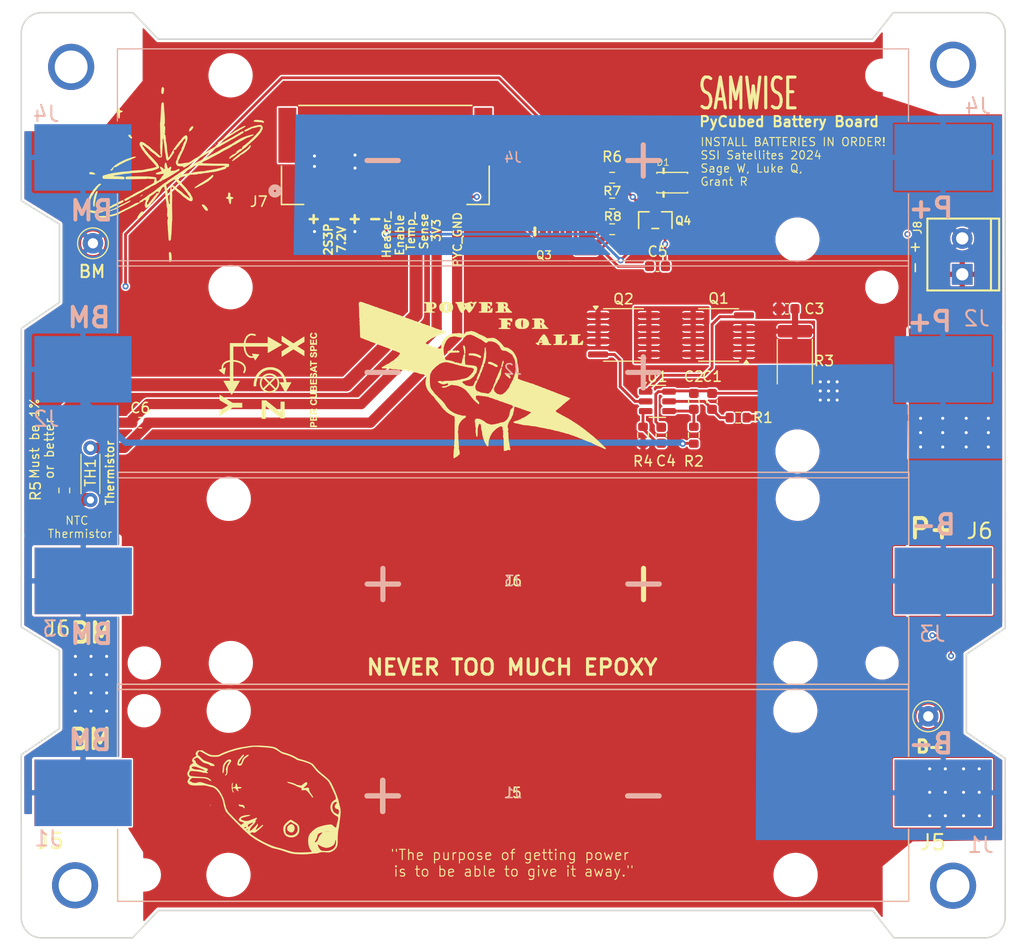
<source format=kicad_pcb>
(kicad_pcb (version 20241229) (generator "pcbnew") (generator_version "9.0")
  (title_block (title "Battery Board") (date "2025-04-05") (rev "2.3") (company "Stanford SSI") (comment 1 "Original design by Max Holiday, very small adaptations by Grant Regen") (comment 2 "More small edits made by Sage Wu and Luke Qiao"))
  (layers (0 "F.Cu" signal) (4 "In1.Cu" signal) (6 "In2.Cu" signal) (2 "B.Cu" signal) (13 "F.Paste" user) (15 "B.Paste" user) (5 "F.SilkS" user "F.Silkscreen") (7 "B.SilkS" user "B.Silkscreen") (1 "F.Mask" user) (3 "B.Mask" user) (25 "Edge.Cuts" user))
  (net 0 "")
  (net 1 "/VDD")
  (net 2 "B-")
  (net 3 "PACK-")
  (net 4 "BM")
  (net 5 "PACK+")
  (net 6 "Net-(U1-VC)")
  (net 7 "Net-(C3-Pad1)")
  (net 8 "PyCubed_SENSE")
  (net 10 "Net-(U1-V-)")
  (net 14 "Net-(Q1-G)")
  (net 15 "+3V3")
  (net 16 "Net-(Q1-D-Pad5)")
  (net 17 "Net-(Q2-G)")
  (net 18 "/HEATER")
  (net 19 "PyCubed_ENABLE")
  (net 20 "Net-(Q4-G)")
  (net 21 "PYCUBED_GND")
  (net 22 "Net-(Q3-Gate)")
  (footprint "ssi_connector:Keystone_1042" (layer "F.Cu") (at 101.1174 129.8448 180)
    (property "Reference" "J5")
    (property "Value" "KEYSTONE-1042")
  )
  (footprint "Package_TO_SOT_SMD:SOT-23-6" (layer "F.Cu") (at 115.189 91.694)
    (property "Reference" "U1")
    (property "Value" "R5460N233AF")
  )
  (footprint "ssi_connector:Keystone_1042" (layer "F.Cu") (at 101.1428 109.1946)
    (property "Reference" "J6")
    (property "Value" "KEYSTONE-1042")
  )
  (footprint "Capacitor_SMD:C_0603_1608Metric" (layer "F.Cu") (at 120.523 91.694 -90)
    (property "Reference" "C1")
    (property "Value" "0.1uF")
  )
  (footprint "Capacitor_SMD:C_0603_1608Metric" (layer "F.Cu") (at 118.745 91.694 -90)
    (property "Reference" "C2")
    (property "Value" "0.1uF")
  )
  (footprint "Capacitor_SMD:C_0603_1608Metric" (layer "F.Cu") (at 115.57 94.996 -90)
    (property "Reference" "C4")
    (property "Value" "0.1uF")
  )
  (footprint "Capacitor_SMD:C_0603_1608Metric" (layer "F.Cu") (at 127.8255 82.677 180)
    (property "Reference" "C3")
    (property "Value" "0.1uF")
  )
  (footprint "Resistor_SMD:R_0603_1608Metric" (layer "F.Cu") (at 123.063 93.2815 180)
    (property "Reference" "R1")
    (property "Value" "330")
  )
  (footprint "Resistor_SMD:R_0603_1608Metric" (layer "F.Cu") (at 118.745 94.996 90)
    (property "Reference" "R2")
    (property "Value" "330")
  )
  (footprint "Package_SO:SOIC-8_3.9x4.9mm_P1.27mm" (layer "F.Cu") (at 111.887 85.217)
    (property "Reference" "Q2")
    (property "Value" "IRF7458")
  )
  (footprint "Package_SO:SOIC-8_3.9x4.9mm_P1.27mm" (layer "F.Cu") (at 121.158 85.217 180)
    (property "Reference" "Q1")
    (property "Value" "IRF7458")
  )
  (footprint "Resistor_SMD:R_0603_1608Metric" (layer "F.Cu") (at 113.792 94.996 -90)
    (property "Reference" "R4")
    (property "Value" "1k")
  )
  (footprint "Resistor_SMD:R_2512_6332Metric" (layer "F.Cu") (at 128.5875 87.8205 90)
    (property "Reference" "R3")
    (property "Value" "0.01")
  )
  (footprint "TestPoint:TestPoint_Loop_D1.80mm_Drill1.0mm_Beaded" (layer "F.Cu") (at 141.5923 122.3899)
    (property "Reference" "TP1" (hide yes))
    (property "Value" "TestPoint")
  )
  (footprint "TestPoint:TestPoint_Loop_D1.80mm_Drill1.0mm_Beaded" (layer "F.Cu") (at 60.1853 76.2889)
    (property "Reference" "TP2" (hide yes))
    (property "Value" "TestPoint")
  )
  (footprint "ssi_mountinghole:MountingHole_3.2mm_M3_DIN965_PadMOD" (layer "F.Cu") (at 144.0103 138.8999)
    (property "Reference" "H4" (hide yes))
    (property "Value" "MountingHole_Pad")
  )
  (footprint "ssi_mountinghole:MountingHole_3.2mm_M3_DIN965_PadMOD" (layer "F.Cu") (at 58.0607 59.0989)
    (property "Reference" "H2" (hide yes))
    (property "Value" "MountingHole_Pad")
  )
  (footprint "ssi_mountinghole:MountingHole_3.2mm_M3_DIN965_PadMOD" (layer "F.Cu") (at 58.4417 138.8549)
    (property "Reference" "H1" (hide yes))
    (property "Value" "MountingHole_Pad")
  )
  (footprint "ssi_mountinghole:MountingHole_3.2mm_M3_DIN965_PadMOD" (layer "F.Cu") (at 144.0103 58.8899)
    (property "Reference" "H3" (hide yes))
    (property "Value" "MountingHole_Pad")
  )
  (footprint "ssi_connector:1985807" (layer "F.Cu") (at 144.9033 79.312102 90)
    (property "Reference" "J8")
    (property "Value" "1985807")
  )
  (footprint "Resistor_SMD:R_0603_1608Metric" (layer "F.Cu") (at 57.3947 100.3789 90)
    (property "Reference" "R5")
    (property "Value" "10k")
  )
  (footprint "Resistor_THT:R_Axial_DIN0204_L3.6mm_D1.6mm_P5.08mm_Horizontal" (layer "F.Cu") (at 59.9393 101.3079 90)
    (property "Reference" "TH1")
    (property "Value" "TTDO-10KC8-3-1%")
  )
  (footprint "ssi_drawings:PowerLogo" (layer "F.Cu") (at 97.672 89.637502)
    (property "Reference" "Ref**" (hide yes))
    (property "Value" "Val**" (hide yes))
  )
  (footprint "Resistor_SMD:R_0603_1608Metric" (layer "F.Cu") (at 110.7853 69.8999)
    (property "Reference" "R6")
    (property "Value" "10k")
  )
  (footprint "ssi_diode:PWRDI-123" (layer "F.Cu") (at 116.6447 70.3789)
    (property "Reference" "D1")
    (property "Value" "DFLS130L" (hide yes))
  )
  (footprint "Resistor_SMD:R_0603_1608Metric" (layer "F.Cu") (at 110.7853 72.4099 180)
    (property "Reference" "R7")
    (property "Value" "4.7k")
  )
  (footprint "ssi_transistor:SOT-23" (layer "F.Cu") (at 114.9921 74.0316)
    (property "Reference" "Q4")
    (property "Value" "IRLML2803" (hide yes))
  )
  (footprint "Capacitor_SMD:C_0603_1608Metric" (layer "F.Cu") (at 64.7917 93.7699)
    (property "Reference" "C6")
    (property "Value" "10uF")
  )
  (footprint "NetTie:NetTie-2_SMD_Pad0.5mm" (layer "F.Cu") (at 143.8111 115.0217 -90)
    (property "Reference" "NT1" (hide yes))
    (property "Value" "NetTie_2" (hide yes))
  )
  (footprint "ssi_connector:Molex_502352-0801" (layer "F.Cu") (at 88.6803 67.6799 180)
    (property "Reference" "J7")
    (property "Value" "MOLEX 502352-0801")
  )
  (footprint "ssi_drawings:star" (layer "F.Cu") (at 68.3447 69.1789)
    (property "Reference" "G***" (hide yes))
    (property "Value" "star" (hide yes))
  )
  (footprint "ssi_transistor:DMP2040USS-13" (layer "F.Cu") (at 105.9397 72.9419)
    (property "Reference" "Q3")
    (property "Value" "DMP2040USS-13" (hide yes))
  )
  (footprint "Capacitor_SMD:C_0603_1608Metric" (layer "F.Cu") (at 115.2107 78.5299)
    (property "Reference" "C5")
    (property "Value" "10uF")
  )
  (footprint "ssi_drawings:fish" (layer "F.Cu") (at 77.1947 130.3539)
    (property "Reference" "G***" (hide yes))
    (property "Value" "fish" (hide yes))
  )
  (footprint "Resistor_SMD:R_0603_1608Metric" (layer "F.Cu") (at 110.7853 74.9199)
    (property "Reference" "R8")
    (property "Value" "100k")
  )
  (footprint "ssi_connector:Keystone_1042" (layer "B.Cu") (at 101.1174 88.5698)
    (property "Reference" "J2")
    (property "Value" "KEYSTONE-1042")
  )
  (footprint "ssi_connector:Keystone_1042" (layer "B.Cu") (at 101.1428 129.8448 180)
    (property "Reference" "J1")
    (property "Value" "KEYSTONE-1042")
  )
  (footprint "ssi_connector:Keystone_1042" (layer "B.Cu") (at 101.1428 109.1946 180)
    (property "Reference" "J3")
    (property "Value" "KEYSTONE-1042")
  )
  (footprint "ssi_connector:Keystone_1042" (layer "B.Cu") (at 101.1174 67.9196)
    (property "Reference" "J4")
    (property "Value" "KEYSTONE-1042")
  )
  (footprint "ssi_drawings:XYZ_cubesat-bot" (layer "B.Cu") (at 77.2303 89.5899 -90)
    (property "Reference" "Ref**" (hide yes))
    (property "Value" "Val**" (hide yes))
  )
  (gr_arc (start 55.2003 143.9799) (mid 53.786086 143.394114) (end 53.2003 141.9799) (stroke (width 0.15)) (layer "Edge.Cuts"))
  (gr_arc (start 149.0853 141.9799) (mid 148.499514 143.394114) (end 147.0853 143.9799) (stroke (width 0.15)) (layer "Edge.Cuts"))
  (gr_arc (start 147.0853 53.8099) (mid 148.499514 54.395686) (end 149.0853 55.8099) (stroke (width 0.15)) (layer "Edge.Cuts"))
  (gr_arc (start 53.2003 55.8099) (mid 53.786086 54.395686) (end 55.2003 53.8099) (stroke (width 0.15)) (layer "Edge.Cuts"))
  (gr_line (start 55.2003 143.9799) (end 64.0395 143.9799) (stroke (width 0.15)) (layer "Edge.Cuts"))
  (gr_line (start 149.098 113.792) (end 149.0853 55.8099) (stroke (width 0.15)) (layer "Edge.Cuts"))
  (gr_line (start 136.1657 141.3187) (end 66.5697 141.3187) (stroke (width 0.15)) (layer "Edge.Cuts"))
  (gr_line (start 64.0395 143.9799) (end 66.5697 141.3187) (stroke (width 0.15)) (layer "Edge.Cuts"))
  (gr_line (start 147.0853 143.9799) (end 138.2461 143.9799) (stroke (width 0.15)) (layer "Edge.Cuts"))
  (gr_line (start 66.548 56.388) (end 64.0969 53.8099) (stroke (width 0.15)) (layer "Edge.Cuts"))
  (gr_line (start 136.144 56.388) (end 66.548 56.388) (stroke (width 0.15)) (layer "Edge.Cuts"))
  (gr_line (start 136.144 56.388) (end 138.1887 53.8099) (stroke (width 0.15)) (layer "Edge.Cuts"))
  (gr_line (start 147.0853 53.8099) (end 138.1887 53.8099) (stroke (width 0.15)) (layer "Edge.Cuts"))
  (gr_line (start 64.0969 53.8099) (end 55.2003 53.8099) (stroke (width 0.15)) (layer "Edge.Cuts"))
  (gr_line (start 53.2003 72.136) (end 53.2003 55.8099) (stroke (width 0.15)) (layer "Edge.Cuts"))
  (gr_line (start 149.0853 141.9799) (end 149.098 126.492) (stroke (width 0.15)) (layer "Edge.Cuts"))
  (gr_line (start 145.3097 123.952) (end 149.098 126.492) (stroke (width 0.15)) (layer "Edge.Cuts"))
  (gr_line (start 56.9121 115.9689) (end 53.1947 113.6829) (stroke (width 0.15)) (layer "Edge.Cuts"))
  (gr_line (start 145.3097 116.332) (end 145.3097 123.952) (stroke (width 0.15)) (layer "Edge.Cuts"))
  (gr_line (start 53.2003 84.582) (end 56.9177 82.042) (stroke (width 0.15)) (layer "Edge.Cuts"))
  (gr_line (start 56.9121 123.5889) (end 56.9121 115.9689) (stroke (width 0.15)) (layer "Edge.Cuts"))
  (gr_line (start 138.2461 143.9799) (end 136.1657 141.3187) (stroke (width 0.15)) (layer "Edge.Cuts"))
  (gr_line (start 53.2003 141.9799) (end 53.1947 126.1289) (stroke (width 0.15)) (layer "Edge.Cuts"))
  (gr_line (start 56.9177 74.422) (end 53.2003 72.136) (stroke (width 0.15)) (layer "Edge.Cuts"))
  (gr_line (start 56.9177 82.042) (end 56.9177 74.422) (stroke (width 0.15)) (layer "Edge.Cuts"))
  (gr_line (start 149.098 113.792) (end 145.3097 116.332) (stroke (width 0.15)) (layer "Edge.Cuts"))
  (gr_line (start 53.1947 126.1289) (end 56.9121 123.5889) (stroke (width 0.15)) (layer "Edge.Cuts"))
  (gr_line (start 53.1947 113.6829) (end 53.2003 84.582) (stroke (width 0.15)) (layer "Edge.Cuts"))
  (gr_text "BM" (at 59.9313 124.6309 0) (layer "F.SilkS") (effects (font (size 1.905 1.905) (thickness 0.381))))
  (gr_text "B-" (at 141.7791 125.3421 0) (layer "F.SilkS") (effects (font (size 1.2 1.2) (thickness 0.3))))
  (gr_text "P+" (at 141.9733 104.1019 0) (layer "F.SilkS") (effects (font (size 1.905 1.905) (thickness 0.381))))
  (gr_text "NTC \nThermistor" (at 58.9243 103.9553 0) (layer "F.SilkS") (effects (font (size 0.8 0.8) (thickness 0.1))))
  (gr_text "2S3P\n7.2V" (at 83.7655 75.9137 90) (layer "F.SilkS") (effects (font (size 0.8 0.8) (thickness 0.175))))
  (gr_text "- +" (at 140.2551 77.6663 90) (layer "F.SilkS") (effects (font (size 1 1))))
  (gr_text "INSTALL BATTERIES IN ORDER!\nSSI Satellites 2024\nSage W, Luke Q,\nGrant R\n" (at 119.3255 68.3445 0) (layer "F.SilkS") (effects (font (size 0.8 0.8) (thickness 0.1)) (justify left)))
  (gr_text "BM" (at 60.0927 79.0379 0) (layer "F.SilkS") (effects (font (size 1.2 1.2) (thickness 0.2))))
  (gr_text "Heater_\nEnable" (at 89.4447 75.4789 90) (layer "F.SilkS") (effects (font (size 0.8 0.8))))
  (gr_text "Temp_\nSense" (at 91.7947 75.1289 90) (layer "F.SilkS") (effects (font (size 0.8 0.8))))
  (gr_text "Thermistor" (at 61.8363 98.6663 90) (layer "F.SilkS") (effects (font (size 0.8 0.8))))
  (gr_text "J5" (at 54.6317 135.4259 0) (layer "F.SilkS") (effects (font (size 1.5 1.5) (thickness 0.2)) (justify left bottom)))
  (gr_text "J6\n" (at 55.2947 114.7289 0) (layer "F.SilkS") (effects (font (size 1.5 1.5) (thickness 0.2)) (justify left bottom)))
  (gr_text "J5" (at 140.6107 135.5529 0) (layer "F.SilkS") (effects (font (size 1.5 1.5) (thickness 0.2)) (justify left bottom)))
  (gr_text "J6\n" (at 145.1827 105.1999 0) (layer "F.SilkS") (effects (font (size 1.5 1.5) (thickness 0.2)) (justify left bottom)))
  (gr_text "{dblquote}The purpose of getting power \nis to be able to give it away.{dblquote}" (at 101.1899 136.6959 0) (layer "F.SilkS") (effects (font (size 1 1) (thickness 0.1))))
  (gr_text "SAMWISE" (at 124.0753 61.7151 0) (layer "F.SilkS") (effects (font (size 3 1.5) (thickness 0.3))))
  (gr_text "3V3" (at 93.6447 75.0289 90) (layer "F.SilkS") (effects (font (size 0.8 0.8))))
  (gr_text "PYC_GND" (at 95.7197 75.9289 90) (layer "F.SilkS") (effects (font (size 0.8 0.8))))
  (gr_text "PyCubed Battery Board" (at 128.0377 64.4329 0) (layer "F.SilkS") (effects (font (size 1 1) (thickness 0.2))))
  (gr_text "- + - +" (at 84.6963 74.0029 180) (layer "F.SilkS") (effects (font (size 1 1) (thickness 0.25))))
  (gr_text "BM" (at 60.0583 114.2619 0) (layer "F.SilkS") (effects (font (size 1.905 1.905) (thickness 0.381))))
  (gr_text "NEVER TOO MUCH EPOXY" (at 101.0303 117.6099 0) (layer "F.SilkS") (effects (font (size 1.5 1.5) (thickness 0.3))))
  (gr_text "Must be 1%\nor better" (at 56.4447 99.3289 90) (layer "F.SilkS") (effects (font (size 0.889 0.889) (thickness 0.127)) (justify left bottom)))
  (gr_text "BM" (at 60.0583 114.3889 0) (layer "B.SilkS") (effects (font (size 1.905 1.905) (thickness 0.381)) (justify mirror)))
  (gr_text "BM" (at 59.8043 83.5279 0) (layer "B.SilkS") (effects (font (size 1.905 1.905) (thickness 0.381)) (justify mirror)))
  (gr_text "BM" (at 60.0583 73.1139 0) (layer "B.SilkS") (effects (font (size 1.905 1.905) (thickness 0.381)) (justify mirror)))
  (gr_text "BM" (at 59.8895 124.7325 0) (layer "B.SilkS") (effects (font (size 1.905 1.905) (thickness 0.381)) (justify mirror)))
  (gr_text "B-" (at 141.8463 125.0569 0) (layer "B.SilkS") (effects (font (size 1.905 1.905) (thickness 0.381)) (justify mirror)))
  (gr_text "B-" (at 142.1003 103.7209 0) (layer "B.SilkS") (effects (font (size 1.905 1.905) (thickness 0.381)) (justify mirror)))
  (gr_text "P+" (at 141.7193 83.9089 0) (layer "B.SilkS") (effects (font (size 1.905 1.905) (thickness 0.381)) (justify mirror)))
  (gr_text "P+" (at 141.8463 72.8599 0) (layer "B.SilkS") (effects (font (size 1.905 1.905) (thickness 0.381)) (justify mirror)))
  (gr_text "J4" (at 57.0447 64.5599 0) (layer "B.SilkS") (effects (font (size 1.5 1.5) (thickness 0.2)) (justify left bottom mirror)))
  (gr_text "J3\n\n" (at 57.9617 117.1419 0) (layer "B.SilkS") (effects (font (size 1.5 1.5) (thickness 0.2)) (justify left bottom mirror)))
  (gr_text "J3\n\n" (at 143.4047 117.6459 0) (layer "B.SilkS") (effects (font (size 1.5 1.5) (thickness 0.2)) (justify left bottom mirror)))
  (gr_text "J4" (at 147.8497 63.7979 0) (layer "B.SilkS") (effects (font (size 1.5 1.5) (thickness 0.2)) (justify left bottom mirror)))
  (gr_text "J1\n" (at 148.1037 135.8069 0) (layer "B.SilkS") (effects (font (size 1.5 1.5) (thickness 0.2)) (justify left bottom mirror)))
  (gr_text "J2\n\n\n" (at 147.7227 89.3249 0) (layer "B.SilkS") (effects (font (size 1.5 1.5) (thickness 0.2)) (justify left bottom mirror)))
  (gr_text "J1\n" (at 57.1717 135.1719 0) (layer "B.SilkS") (effects (font (size 1.5 1.5) (thickness 0.2)) (justify left bottom mirror)))
  (gr_text "J2\n\n\n" (at 57.0447 99.1039 0) (layer "B.SilkS") (effects (font (size 1.5 1.5) (thickness 0.2)) (justify left bottom mirror)))
  (segment (start 119.761 91.694) (end 120.523 92.456) (width 0.2794) (layer "F.Cu") (net 1))
  (segment (start 121.323 93.2815) (end 120.523 92.4815) (width 0.2794) (layer "F.Cu") (net 1))
  (segment (start 122.2755 93.2815) (end 121.323 93.2815) (width 0.2794) (layer "F.Cu") (net 1))
  (segment (start 116.589 91.694) (end 119.761 91.694) (width 0.2794) (layer "F.Cu") (net 1))
  (segment (start 120.523 92.456) (end 120.523 92.4815) (width 0.2794) (layer "F.Cu") (net 1))
  (segment (start 118.745 90.678) (end 120.2945 90.678) (width 0.2794) (layer "F.Cu") (net 2))
  (segment (start 120.523 90.9065) (end 128.4015 90.9065) (width 0.2794) (layer "F.Cu") (net 2))
  (segment (start 118.745 90.9065) (end 118.745 90.678) (width 0.2794) (layer "F.Cu") (net 2))
  (segment (start 115.0329 91.0013) (end 115.2902 90.744) (width 0.27178) (layer "F.Cu") (net 2))
  (segment (start 120.2945 90.678) (end 120.523 90.9065) (width 0.2794) (layer "F.Cu") (net 2))
  (segment (start 115.2902 90.744) (end 116.3265 90.744) (width 0.27178) (layer "F.Cu") (net 2))
  (segment (start 116.655 90.678) (end 118.745 90.678) (width 0.2794) (layer "F.Cu") (net 2))
  (segment (start 115.57 94.2085) (end 115.0329 93.6714) (width 0.27178) (layer "F.Cu") (net 2))
  (segment (start 128.4015 90.9065) (end 128.5875 90.7205) (width 0.2794) (layer "F.Cu") (net 2))
  (segment (start 116.589 90.744) (end 116.655 90.678) (width 0.2794) (layer "F.Cu") (net 2))
  (segment (start 115.0329 93.6714) (end 115.0329 91.0013) (width 0.27178) (layer "F.Cu") (net 2))
  (via (at 143.256 129.794) (size 0.6) (drill 0.3) (layers "F.Cu" "B.Cu") (net 2))
  (via (at 146.558 129.794) (size 0.6) (drill 0.3) (layers "F.Cu" "B.Cu") (net 2))
  (via (at 145.034 129.794) (size 0.6) (drill 0.3) (layers "F.Cu" "B.Cu") (net 2))
  (via (at 141.732 129.794) (size 0.6) (drill 0.3) (layers "F.Cu" "B.Cu") (net 2))
  (via (at 146.558 132.08) (size 0.6) (drill 0.3) (layers "F.Cu" "B.Cu") (net 2))
  (via (at 141.732 132.08) (size 0.6) (drill 0.3) (layers "F.Cu" "B.Cu") (net 2))
  (via (at 143.256 132.08) (size 0.6) (drill 0.3) (layers "F.Cu" "B.Cu") (net 2))
  (via (at 145.034 132.08) (size 0.6) (drill 0.3) (layers "F.Cu" "B.Cu") (net 2))
  (via (at 131.8731 90.678) (size 0.6) (drill 0.3) (layers "F.Cu" "B.Cu") (net 2))
  (via (at 132.7113 90.678) (size 0.6) (drill 0.3) (layers "F.Cu" "B.Cu") (net 2))
  (via (at 131.064 90.678) (size 0.6) (drill 0.3) (layers "F.Cu" "B.Cu") (net 2))
  (via (at 131.8731 91.567) (size 0.6) (drill 0.3) (layers "F.Cu" "B.Cu") (net 2))
  (via (at 131.064 91.567) (size 0.6) (drill 0.3) (layers "F.Cu" "B.Cu") (net 2))
  (via (at 132.7113 91.567) (size 0.6) (drill 0.3) (layers "F.Cu" "B.Cu") (net 2))
  (via (at 143.256 127.508) (size 0.6) (drill 0.3) (layers "F.Cu" "B.Cu") (net 2))
  (via (at 146.558 127.508) (size 0.6) (drill 0.3) (layers "F.Cu" "B.Cu") (net 2))
  (via (at 145.034 127.508) (size 0.6) (drill 0.3) (layers "F.Cu" "B.Cu") (net 2))
  (via (at 131.8731 89.789) (size 0.6) (drill 0.3) (layers "F.Cu" "B.Cu") (net 2))
  (via (at 141.732 127.508) (size 0.6) (drill 0.3) (layers "F.Cu" "B.Cu") (net 2))
  (via (at 131.064 89.789) (size 0.6) (drill 0.3) (layers "F.Cu" "B.Cu") (net 2))
  (via (at 132.7113 89.789) (size 0.6) (drill 0.3) (layers "F.Cu" "B.Cu") (net 2))
  (segment (start 117.703498 95.7835) (end 117.665498 95.8215) (width 0.2794) (layer "F.Cu") (net 4))
  (segment (start 118.745 95.7835) (end 117.703498 95.7835) (width 0.2794) (layer "F.Cu") (net 4))
  (via (at 59.9957 121.8819) (size 0.6) (drill 0.3) (layers "F.Cu" "B.Cu") (net 4))
  (via (at 59.9957 118.3259) (size 0.6) (drill 0.3) (layers "F.Cu" "B.Cu") (net 4))
  (via (at 59.9957 120.1039) (size 0.6) (drill 0.3) (layers "F.Cu" "B.Cu") (net 4))
  (via (at 59.9957 116.5479) (size 0.6) (drill 0.3) (layers "F.Cu" "B.Cu") (net 4))
  (via (at 61.5197 116.5479) (size 0.6) (drill 0.3) (layers "F.Cu" "B.Cu") (net 4))
  (via (at 61.5197 118.3259) (size 0.6) (drill 0.3) (layers "F.Cu" "B.Cu") (net 4))
  (via (at 61.5197 121.8819) (size 0.6) (drill 0.3) (layers "F.Cu" "B.Cu") (net 4))
  (via (at 61.5197 120.1039) (size 0.6) (drill 0.3) (layers "F.Cu" "B.Cu") (net 4))
  (via (at 58.4717 120.1039) (size 0.6) (drill 0.3) (layers "F.Cu" "B.Cu") (net 4))
  (via (at 58.4717 118.3259) (size 0.6) (drill 0.3) (layers "F.Cu" "B.Cu") (net 4))
  (via (at 58.4717 116.5479) (size 0.6) (drill 0.3) (layers "F.Cu" "B.Cu") (net 4))
  (via (at 58.4717 121.8819) (size 0.6) (drill 0.3) (layers "F.Cu" "B.Cu") (net 4))
  (via (at 117.665498 95.8215) (size 0.6) (drill 0.3) (layers "F.Cu" "B.Cu") (net 4))
  (segment (start 117.563898 95.7199) (end 117.665498 95.8215) (width 0.6096) (layer "B.Cu") (net 4))
  (segment (start 59.2074 88.5698) (end 59.2074 91.567) (width 0.6096) (layer "B.Cu") (net 4))
  (segment (start 59.2074 91.567) (end 63.3603 95.7199) (width 0.6096) (layer "B.Cu") (net 4))
  (segment (start 63.3603 95.7199) (end 117.563898 95.7199) (width 0.6096) (layer "B.Cu") (net 4))
  (segment (start 85.7123 71.2729) (end 85.7763 71.2089) (width 0.6096) (layer "F.Cu") (net 5))
  (segment (start 81.776301 71.2089) (end 81.776301 68.796901) (width 0.6096) (layer "F.Cu") (net 5))
  (segment (start 81.7753 71.209901) (end 81.776301 71.2089) (width 1.27) (layer "F.Cu") (net 5))
  (segment (start 85.680301 69.005699) (end 85.725 68.961) (width 0.27178) (layer "F.Cu") (net 5))
  (segment (start 85.725 71.1576) (end 85.7763 71.2089) (width 0.6096) (layer "F.Cu") (net 5))
  (segment (start 85.725 67.691) (end 85.725 68.961) (width 0.6096) (layer "F.Cu") (net 5))
  (segment (start 140.7795 93.2815) (end 140.843 93.345) (width 0.6096) (layer "F.Cu") (net 5))
  (segment (start 81.776301 68.796901) (end 81.7753 68.7959) (width 0.6096) (layer "F.Cu") (net 5))
  (segment (start 85.725 68.961) (end 85.725 71.1576) (width 0.6096) (layer "F.Cu") (net 5))
  (segment (start 81.7753 71.280899) (end 81.680301 71.1859) (width 1.27) (layer "F.Cu") (net 5))
  (segment (start 85.680301 71.1859) (end 85.680301 69.005699) (width 0.27178) (layer "F.Cu") (net 5))
  (segment (start 123.8505 93.2815) (end 140.7795 93.2815) (width 0.6096) (layer "F.Cu") (net 5))
  (segment (start 85.7123 75.1459) (end 85.680301 75.113901) (width 0.27178) (layer "F.Cu") (net 5))
  (segment (start 81.7753 75.1459) (end 81.7753 71.280899) (width 1.27) (layer "F.Cu") (net 5))
  (segment (start 85.680301 75.113901) (end 85.680301 71.1859) (width 1.27) (layer "F.Cu") (net 5))
  (segment (start 81.7753 67.7799) (end 81.7753 68.7959) (width 0.6096) (layer "F.Cu") (net 5))
  (via (at 140.843 94.742) (size 0.6) (drill 0.3) (layers "F.Cu" "B.Cu") (net 5))
  (via (at 143.002 94.742) (size 0.6) (drill 0.3) (layers "F.Cu" "B.Cu") (net 5))
  (via (at 145.288 94.742) (size 0.6) (drill 0.3) (layers "F.Cu" "B.Cu") (net 5))
  (via (at 147.447 94.742) (size 0.6) (drill 0.3) (layers "F.Cu" "B.Cu") (net 5))
  (via (at 145.288 96.139) (size 0.6) (drill 0.3) (layers "F.Cu" "B.Cu") (net 5))
  (via (at 140.843 96.139) (size 0.6) (drill 0.3) (layers "F.Cu" "B.Cu") (net 5))
  (via (at 143.002 96.139) (size 0.6) (drill 0.3) (layers "F.Cu" "B.Cu") (net 5))
  (via (at 147.447 96.139) (size 0.6) (drill 0.3) (layers "F.Cu" "B.Cu") (net 5))
  (via (at 140.843 93.345) (size 0.6) (drill 0.3) (layers "F.Cu" "B.Cu") (net 5))
  (via (at 85.7123 75.1459) (size 0.6) (drill 0.3) (layers "F.Cu" "B.Cu") (net 5))
  (via (at 143.002 93.345) (size 0.6) (drill 0.3) (layers "F.Cu" "B.Cu") (net 5))
  (via (at 81.7753 67.7799) (size 0.6) (drill 0.3) (layers "F.Cu" "B.Cu") (net 5))
  (via (at 85.725 67.691) (size 0.6) (drill 0.3) (layers "F.Cu" "B.Cu") (net 5))
  (via (at 81.7753 75.1459) (size 0.6) (drill 0.3) (layers "F.Cu" "B.Cu") (net 5))
  (via (at 147.447 93.345) (size 0.6) (drill 0.3) (layers "F.Cu" "B.Cu") (net 5))
  (via (at 81.7753 68.7959) (size 0.6) (drill 0.3) (layers "F.Cu" "B.Cu") (net 5))
  (via (at 145.288 93.345) (size 0.6) (drill 0.3) (layers "F.Cu" "B.Cu") (net 5))
  (via (at 85.725 68.961) (size 0.6) (drill 0.3) (layers "F.Cu" "B.Cu") (net 5))
  (segment (start 118.745 92.4815) (end 118.745 94.2085) (width 0.27178) (layer "F.Cu") (net 6))
  (segment (start 116.589 92.644) (end 118.5825 92.644) (width 0.2794) (layer "F.Cu") (net 6))
  (segment (start 128.613 84.895) (end 128.5875 84.9205) (width 0.6096) (layer "F.Cu") (net 7))
  (segment (start 128.613 82.677) (end 128.613 84.895) (width 0.6096) (layer "F.Cu") (net 7))
  (segment (start 57.3913 101.2464) (end 57.3988 101.2539) (width 1.27) (layer "F.Cu") (net 8))
  (segment (start 57.3988 101.2539) (end 59.8853 101.2539) (width 1.27) (layer "F.Cu") (net 8))
  (segment (start 91.680299 71.1859) (end 91.680299 83.268301) (width 1.27) (layer "F.Cu") (net 8))
  (segment (start 59.8853 101.2539) (end 59.9393 101.3079) (width 1.27) (layer "F.Cu") (net 8))
  (segment (start 84.8697 90.0789) (end 60.141876 90.0789) (width 1.27) (layer "F.Cu") (net 8))
  (segment (start 55.6697 99.669914) (end 57.203686 101.2039) (width 1.27) (layer "F.Cu") (net 8))
  (segment (start 60.141876 90.0789) (end 55.6697 94.551076) (width 1.27) (layer "F.Cu") (net 8))
  (segment (start 57.203686 101.2039) (end 57.3947 101.2039) (width 1.27) (layer "F.Cu") (net 8))
  (segment (start 91.680299 83.268301) (end 84.8697 90.0789) (width 1.27) (layer "F.Cu") (net 8))
  (segment (start 55.6697 94.551076) (end 55.6697 99.669914) (width 1.27) (layer "F.Cu") (net 8))
  (segment (start 113.792 94.2085) (end 113.792 94.361) (width 0.2794) (layer "F.Cu") (net 10))
  (segment (start 113.789 94.2055) (end 113.792 94.2085) (width 0.2794) (layer "F.Cu") (net 10))
  (segment (start 113.789 92.644) (end 113.789 94.2055) (width 0.2794) (layer "F.Cu") (net 10))
  (segment (start 115.2145 95.7835) (end 115.57 95.7835) (width 0.2794) (layer "F.Cu") (net 10))
  (segment (start 113.792 94.361) (end 115.2145 95.7835) (width 0.2794) (layer "F.Cu") (net 10))
  (segment (start 119.761 89.154) (end 115.57 89.154) (width 0.2794) (layer "F.Cu") (net 14))
  (segment (start 121.285 83.439) (end 120.523 84.201) (width 0.2794) (layer "F.Cu") (net 14))
  (segment (start 120.523 88.392) (end 119.761 89.154) (width 0.2794) (layer "F.Cu") (net 14))
  (segment (start 115.57 89.2255) (end 114.0515 90.744) (width 0.2794) (layer "F.Cu") (net 14))
  (segment (start 123.506 83.439) (end 121.285 83.439) (width 0.2794) (layer "F.Cu") (net 14))
  (segment (start 120.523 84.201) (end 120.523 88.392) (width 0.2794) (layer "F.Cu") (net 14))
  (segment (start 115.57 89.154) (end 115.57 89.2255) (width 0.2794) (layer "F.Cu") (net 14))
  (segment (start 123.633 83.312) (end 123.506 83.439) (width 0.2794) (layer "F.Cu") (net 14))
  (segment (start 96.2697 68.6289) (end 103.2751 75.6343) (width 0.27178) (layer "F.Cu") (net 15))
  (segment (start 58.9497 93.7699) (end 64.0167 93.7699) (width 1) (layer "F.Cu") (net 15))
  (segment (start 109.68021 76.84999) (end 111.36012 78.5299) (width 0.27178) (layer "F.Cu") (net 15))
  (segment (start 106.5747 75.6343) (end 106.5747 76.6589) (width 0.27178) (layer "F.Cu") (net 15))
  (segment (start 65.5197 91.9539) (end 86.3197 91.9539) (width 1) (layer "F.Cu") (net 15))
  (segment (start 109.2013 77.3289) (end 109.68021 76.84999) (width 0.27178) (layer "F.Cu") (net 15))
  (segment (start 106.5747 76.6589) (end 107.2447 77.3289) (width 0.27178) (layer "F.Cu") (net 15))
  (segment (start 57.3947 98.3248) (end 57.3913 98.3214) (width 1) (layer "F.Cu") (net 15))
  (segment (start 64.0167 93.4569) (end 65.5197 91.9539) (width 1) (layer "F.Cu") (net 15))
  (segment (start 58.8481 93.6683) (end 58.9497 93.7699) (width 0.27178) (layer "F.Cu") (net 15))
  (segment (start 58.5537 93.7699) (end 58.9497 93.7699) (width 1) (layer "F.Cu") (net 15))
  (segment (start 86.3197 91.9539) (end 93.6803 84.5933) (width 1) (layer "F.Cu") (net 15))
  (segment (start 109.68021 76.84999) (end 111.6103 74.9199) (width 0.27178) (layer "F.Cu") (net 15))
  (segment (start 95.234 68.6289) (end 96.2697 68.6289) (width 0.27178) (layer "F.Cu") (net 15))
  (segment (start 93.6803 84.5933) (end 93.6803 71.1859) (width 1) (layer "F.Cu") (net 15))
  (segment (start 57.3947 99.5539) (end 57.3947 98.3248) (width 1) (layer "F.Cu") (net 15))
  (segment (start 93.6803 71.1859) (end 93.6803 70.1826) (width 0.27178) (layer "F.Cu") (net 15))
  (segment (start 57.3913 94.9323) (end 58.5537 93.7699) (width 1) (layer "F.Cu") (net 15))
  (segment (start 64.0167 93.7699) (end 64.0167 93.4569) (width 1) (layer "F.Cu") (net 15))
  (segment (start 57.3913 98.3214) (end 57.3913 94.9323) (width 1) (layer "F.Cu") (net 15))
  (segment (start 111.36012 78.5299) (end 114.4357 78.5299) (width 0.27178) (layer "F.Cu") (net 15))
  (segment (start 103.2751 75.6343) (end 106.5747 75.6343) (width 0.27178) (layer "F.Cu") (net 15))
  (segment (start 107.2447 77.3289) (end 109.2013 77.3289) (width 0.27178) (layer "F.Cu") (net 15))
  (segment (start 93.6803 70.1826) (end 95.234 68.6289) (width 0.27178) (layer "F.Cu") (net 15))
  (segment (start 111.5695 90.2539) (end 111.5695 87.6935) (width 0.2794) (layer "F.Cu") (net 17))
  (segment (start 110.998 87.122) (end 109.412 87.122) (width 0.2794) (layer "F.Cu") (net 17))
  (segment (start 113.0096 91.694) (end 111.5695 90.2539) (width 0.2794) (layer "F.Cu") (net 17))
  (segment (start 113.789 91.694) (end 113.0096 91.694) (width 0.2794) (layer "F.Cu") (net 17))
  (segment (start 111.5695 87.6935) (end 110.998 87.122) (width 0.2794) (layer "F.Cu") (net 17))
  (segment (start 112.60363 68.76323) (end 114.2193 70.3789) (width 0.27178) (layer "F.Cu") (net 18))
  (segment (start 108.36057 68.76323) (end 99.75724 60.1599) (width 0.27178) (layer "F.Cu") (net 18))
  (segment (start 106.5747 70.2495) (end 105.3047 70.2495) (width 0.27178) (layer "F.Cu") (net 18))
  (segment (start 107.8447 70.2495) (end 106.5747 70.2495) (width 0.27178) (layer "F.Cu") (net 18))
  (segment (start 107.8447 69.2791) (end 107.8447 70.2495) (width 0.27178) (layer "F.Cu") (net 18))
  (segment (start 99.75724 60.1599) (end 78.6003 60.1599) (width 0.27178) (layer "F.Cu") (net 18))
  (segment (start 78.6003 60.1599) (end 63.3603 75.3999) (width 0.27178) (layer "F.Cu") (net 18))
  (segment (start 105.3047 70.2495) (end 104.0347 70.2495) (width 0.27178) (layer "F.Cu") (net 18))
  (segment (start 63.3603 75.3999) (end 63.3603 80.4799) (width 0.27178) (layer "F.Cu") (net 18))
  (segment (start 108.36057 68.76323) (end 107.8447 69.2791) (width 0.27178) (layer "F.Cu") (net 18))
  (segment (start 114.2193 70.3789) (end 115.6447 70.3789) (width 0.27178) (layer "F.Cu") (net 18))
  (segment (start 143.8111 116.5029) (end 143.8111 115.5217) (width 0.1778) (layer "F.Cu") (net 18))
  (segment (start 108.36057 68.76323) (end 112.60363 68.76323) (width 0.27178) (layer "F.Cu") (net 18))
  (via (at 139.5603 75.3999) (size 0.6) (drill 0.3) (layers "F.Cu" "B.Cu") (net 18))
  (via (at 63.3603 80.4799) (size 0.6) (drill 0.3) (layers "F.Cu" "B.Cu") (net 18))
  (via (at 143.8111 116.5029) (size 0.6) (drill 0.3) (layers "F.Cu" "B.Cu") (net 18))
  (segment (start 112.27319 77.28701) (end 111.6203 77.9399) (width 0.27178) (layer "F.Cu") (net 19))
  (segment (start 112.27319 74.32279) (end 112.27319 77.28701) (width 0.27178) (layer "F.Cu") (net 19))
  (segment (start 109.9603 72.4099) (end 110.3603 72.4099) (width 0.27178) (layer "F.Cu") (net 19))
  (segment (start 88.7603 72.105901) (end 89.680301 71.1859) (width 0.27178) (layer "F.Cu") (net 19))
  (segment (start 110.3603 72.4099) (end 112.27319 74.32279) (width 0.27178) (layer "F.Cu") (net 19))
  (segment (start 88.7603 75.3999) (end 88.7603 72.105901) (width 0.27178) (layer "F.Cu") (net 19))
  (via (at 111.6203 77.9399) (size 0.6) (drill 0.3) (layers "F.Cu" "B.Cu") (net 19))
  (via (at 88.7603 75.3999) (size 0.6) (drill 0.3) (layers "F.Cu" "B.Cu") (net 19))
  (segment (start 111.6203 77.9399) (end 109.0803 75.3999) (width 0.27178) (layer "B.Cu") (net 19))
  (segment (start 109.0803 75.3999) (end 88.7603 75.3999) (width 0.27178) (layer "B.Cu") (net 19))
  (segment (start 109.9603 70.7599) (end 111.6103 72.4099) (width 0.27178) (layer "F.Cu") (net 20))
  (segment (start 109.9603 69.8999) (end 109.9603 70.7599) (width 0.27178) (layer "F.Cu") (net 20))
  (segment (start 111.6103 72.4099) (end 111.6103 72.6056) (width 0.27178) (layer "F.Cu") (net 20))
  (segment (start 111.6103 72.6056) (end 114.0396 75.0349) (width 0.27178) (layer "F.Cu") (net 20))
  (segment (start 65.5667 93.7699) (end 87.2287 93.7699) (width 1) (layer "F.Cu") (net 21))
  (segment (start 115.9446 76.354) (end 115.9446 78.4888) (width 0.27178) (layer "F.Cu") (net 21))
  (segment (start 115.351184 75.0349) (end 114.427894 74.11161) (width 0.27178) (layer "F.Cu") (net 21))
  (segment (start 115.9446 78.4888) (end 115.9857 78.5299) (width 0.27178) (layer "F.Cu") (net 21))
  (segment (start 112.7697 71.7789) (end 111.6103 70.6195) (width 0.27178) (layer "F.Cu") (net 21))
  (segment (start 115.9446 75.0349) (end 115.9446 76.3538) (width 0.27178) (layer "F.Cu") (net 21))
  (segment (start 115.9446 75.0349) (end 115.351184 75.0349) (width 0.27178) (layer "F.Cu") (net 21))
  (segment (start 95.680301 85.318299) (end 95.680301 71.1859) (width 1) (layer "F.Cu") (net 21))
  (segment (start 65.5667 93.89981) (end 65.5667 93.7699) (width 1) (layer "F.Cu") (net 21))
  (segment (start 87.2287 93.7699) (end 95.680301 85.318299) (width 1) (layer "F.Cu") (net 21))
  (segment (start 115.9447 76.3539) (end 115.9446 76.354) (width 0.27178) (layer "F.Cu") (net 21))
  (segment (start 97.5947 71.7539) (end 96.248301 71.7539) (width 0.27178) (layer "F.Cu") (net 21))
  (segment (start 115.9446 76.3538) (end 115.9447 76.3539) (width 0.27178) (layer "F.Cu") (net 21))
  (segment (start 112.7947 71.7789) (end 112.7697 71.7789) (width 0.27178) (layer "F.Cu") (net 21))
  (segment (start 115.9446 75.0349) (end 115.9446 72.629) (width 0.27178) (layer "F.Cu") (net 21))
  (segment (start 114.427894 74.11161) (end 114.427894 73.437094) (width 0.27178) (layer "F.Cu") (net 21))
  (segment (start 142.0125 114.5217) (end 141.9947 114.5039) (width 0.27178) (layer "F.Cu") (net 21))
  (segment (start 59.9393 96.2279) (end 63.23861 96.2279) (width 1) (layer "F.Cu") (net 21))
  (segment (start 115.9446 72.629) (end 118.1947 70.3789) (width 0.27178) (layer "F.Cu") (net 21))
  (segment (start 111.6103 70.6195) (end 111.6103 69.8999) (width 0.27178) (layer "F.Cu") (net 21))
  (segment (start 63.23861 96.2279) (end 65.5667 93.89981) (width 1) (layer "F.Cu") (net 21))
  (segment (start 96.248301 71.7539) (end 95.680301 71.1859) (width 0.27178) (layer "F.Cu") (net 21))
  (segment (start 114.427894 73.437094) (end 112.7947 71.8039) (width 0.27178) (layer "F.Cu") (net 21))
  (segment (start 112.7947 71.8039) (end 112.7947 71.7789) (width 0.27178) (layer "F.Cu") (net 21))
  (segment (start 143.8111 114.5217) (end 142.0125 114.5217) (width 0.27178) (layer "F.Cu") (net 21))
  (via (at 115.9447 76.3539) (size 0.6) (drill 0.3) (layers "F.Cu" "B.Cu") (net 21))
  (via (at 141.9947 114.5039) (size 0.6) (drill 0.3) (layers "F.Cu" "B.Cu") (net 21))
  (via (at 97.5947 71.7539) (size 0.6) (drill 0.3) (layers "F.Cu" "B.Cu") (net 21))
  (via (at 112.7947 71.7789) (size 0.6) (drill 0.3) (layers "F.Cu" "B.Cu") (net 21))
  (segment (start 112.002036 69.16201) (end 112.27319 69.433164) (width 0.27178) (layer "F.Cu") (net 22))
  (segment (start 112.27319 69.99883) (end 114.9921 72.71774) (width 0.27178) (layer "F.Cu") (net 22))
  (segment (start 112.27319 69.433164) (end 112.27319 69.99883) (width 0.27178) (layer "F.Cu") (net 22))
  (segment (start 109.2459 75.6343) (end 109.9603 74.9199) (width 0.27178) (layer "F.Cu") (net 22))
  (segment (start 109.29741 69.433164) (end 109.568564 69.16201) (width 0.27178) (layer "F.Cu") (net 22))
  (segment (start 109.9603 74.9199) (end 109.29741 74.25701) (width 0.27178) (layer "F.Cu") (net 22))
  (segment (start 109.568564 69.16201) (end 112.002036 69.16201) (width 0.27178) (layer "F.Cu") (net 22))
  (segment (start 107.8447 75.6343) (end 109.2459 75.6343) (width 0.27178) (layer "F.Cu") (net 22))
  (segment (start 114.9921 72.71774) (end 114.9921 73.1553) (width 0.27178) (layer "F.Cu") (net 22))
  (segment (start 109.29741 74.25701) (end 109.29741 69.433164) (width 0.27178) (layer "F.Cu") (net 22))
  (zone (net 0) (net_name "") (layer "F.Cu") (connect_pads (clearance 0)) (min_thickness 0.254)
    (keepout (tracks allowed) (vias allowed) (pads allowed) (copperpour not_allowed) (footprints allowed))
    (fill (thermal_gap 0.508) (thermal_bridge_width 0.508))
    (polygon (pts (xy 142.6083 63.7159) (xy 137.16 61.9379) (xy 137.16 52.832) (xy 149.86 52.832) (xy 149.86 63.7159)))
  )
  (zone (net 2) (net_name "B-") (layer "F.Cu") (priority 2) (connect_pads (clearance 0.1524)) (min_thickness 0.1524) (fill yes (thermal_gap 0.254) (thermal_bridge_width 0.508))
    (polygon (pts (xy 133.096 92.202) (xy 126.492 92.202) (xy 126.492 89.408) (xy 133.096 89.408)))
  )
  (zone (net 3) (net_name "PACK-") (layer "F.Cu") (connect_pads (clearance 0.1524)) (min_thickness 0.1524) (fill yes (thermal_gap 0.1524) (thermal_bridge_width 0.508))
    (polygon (pts (xy 149.86 144.78) (xy 53.34 144.78) (xy 53.34 53.34) (xy 149.86 53.34)))
  )
  (zone (net 5) (net_name "PACK+") (layer "F.Cu") (priority 3) (connect_pads (clearance 0.254)) (min_thickness 0.1524) (fill yes (thermal_gap 0.1524) (thermal_bridge_width 0.508))
    (polygon (pts (xy 149.098 113.286067) (xy 139.7 113.286067) (xy 139.7 84.584067) (xy 149.098 84.584067)))
  )
  (zone (net 7) (net_name "Net-(C3-Pad1)") (layer "F.Cu") (priority 3) (connect_pads (clearance 0.1524)) (min_thickness 0.1524) (fill yes (thermal_gap 0.127) (thermal_bridge_width 0.508))
    (polygon (pts (xy 130.556 83.82) (xy 130.556 88.011) (xy 120.523 88.011) (xy 120.523 83.82)))
  )
  (zone (net 16) (net_name "Net-(Q1-D-Pad5)") (layer "F.Cu") (priority 3) (connect_pads (clearance 0.1524)) (min_thickness 0.1524) (fill yes (thermal_gap 0.127) (thermal_bridge_width 0.508))
    (polygon (pts (xy 120.269 88.011) (xy 112.903 88.011) (xy 112.903 82.423) (xy 120.269 82.423)))
  )
  (zone (net 4) (net_name "BM") (layer "F.Cu") (priority 3) (connect_pads (clearance 0.254)) (min_thickness 0.1524) (fill yes (thermal_gap 0.254) (thermal_bridge_width 0.508))
    (polygon (pts (xy 62.738 133.096) (xy 53.086 133.096) (xy 53.086 104.902) (xy 62.738 104.902)))
  )
  (zone (net 0) (net_name "") (layer "F.Cu") (connect_pads (clearance 0)) (min_thickness 0.25)
    (keepout (tracks allowed) (vias allowed) (pads allowed) (copperpour not_allowed) (footprints allowed))
    (fill (thermal_gap 0.5) (thermal_bridge_width 0.5))
    (polygon (pts (xy 143.4047 114.0645) (xy 143.4047 115.8933) (xy 144.2175 115.8933) (xy 144.2175 114.0645)))
  )
  (zone (net 0) (net_name "") (layers "F.Cu" "B.Cu") (connect_pads (clearance 0)) (min_thickness 0.254)
    (keepout (tracks allowed) (vias allowed) (pads allowed) (copperpour not_allowed) (footprints allowed))
    (fill (thermal_gap 0.508) (thermal_bridge_width 0.508))
    (polygon (pts (xy 137.1473 136.9949) (xy 140.0683 134.5819) (xy 148.9583 134.4549) (xy 149.111756 144.78) (xy 137.16 144.78)))
  )
  (zone (net 0) (net_name "") (layers "F.Cu" "B.Cu") (connect_pads (clearance 0)) (min_thickness 0.254)
    (keepout (tracks allowed) (vias allowed) (pads allowed) (copperpour not_allowed) (footprints allowed))
    (fill (thermal_gap 0.508) (thermal_bridge_width 0.508))
    (polygon (pts (xy 62.738 131.9149) (xy 65.082555 135.636) (xy 65.082555 144.2339) (xy 52.8193 144.2339) (xy 52.8193 131.9149)))
  )
  (zone (net 0) (net_name "") (layers "F.Cu" "B.Cu") (connect_pads (clearance 0)) (min_thickness 0.254)
    (keepout (tracks allowed) (vias allowed) (pads allowed) (copperpour not_allowed) (footprints allowed))
    (fill (thermal_gap 0.508) (thermal_bridge_width 0.508))
    (polygon (pts (xy 65.024 60.452) (xy 60.9473 65.3669) (xy 53.0733 65.3669) (xy 53.072244 52.578) (xy 65.024 52.578)))
  )
  (zone (net 5) (net_name "PACK+") (layer "B.Cu") (priority 3) (connect_pads (clearance 0.1524)) (min_thickness 0.1524) (fill yes (thermal_gap 0.1524) (thermal_bridge_width 0.508))
    (polygon (pts (xy 149.092331 97.282) (xy 139.694331 97.282) (xy 139.9413 77.4319) (xy 79.7433 77.4319) (xy 79.9338 63.73495) (xy 134.874 63.881) (xy 140.7033 63.8429) (xy 149.2123 63.8429)))
  )
  (zone (net 2) (net_name "B-") (layer "B.Cu") (priority 2) (connect_pads (clearance 0.1524)) (min_thickness 0.1524) (fill yes (thermal_gap 0.254) (thermal_bridge_width 0.508))
    (polygon (pts (xy 149.0853 134.4549) (xy 124.7775 134.4549) (xy 124.968 88.138) (xy 149.098 88.011)))
  )
  (zone (net 4) (net_name "BM") (layer "B.Cu") (priority 3) (connect_pads (clearance 0.1524)) (min_thickness 0.1524) (fill yes (thermal_gap 0.254) (thermal_bridge_width 0.508))
    (polygon (pts (xy 62.738 131.9149) (xy 53.086 131.9149) (xy 52.9463 65.2399) (xy 62.7253 65.2399)))
  )
)
</source>
